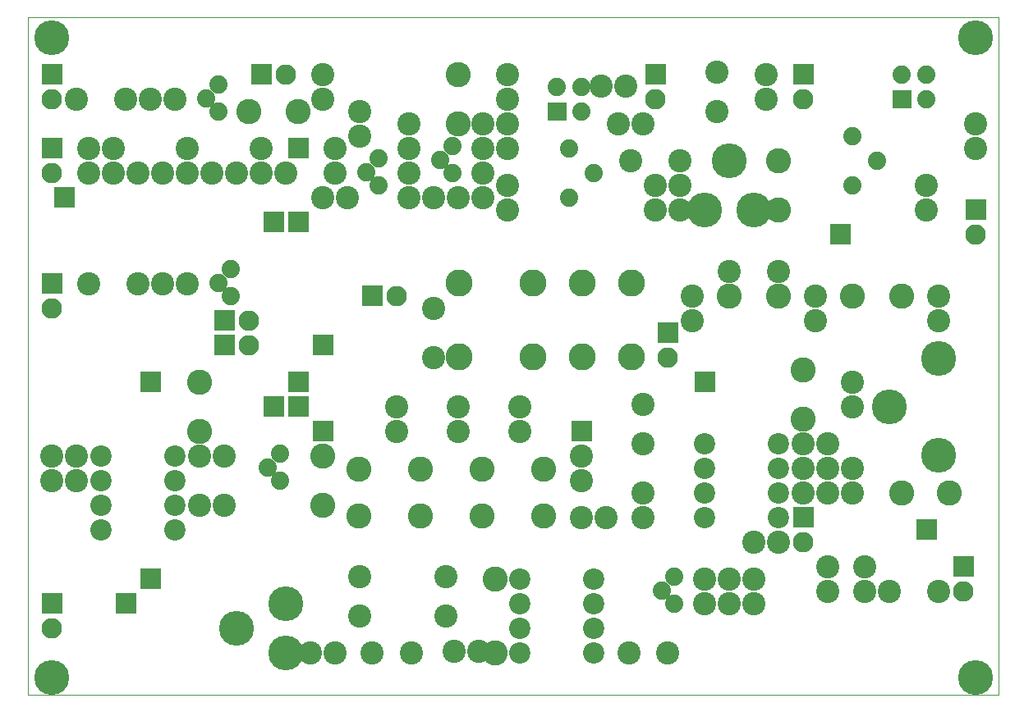
<source format=gbr>
%FSLAX34Y34*%
%MOMM*%
%LNSOLDERMASK_BOTTOM*%
G71*
G01*
%ADD10C, 0.00*%
%ADD11C, 2.12*%
%ADD12C, 2.40*%
%ADD13C, 1.88*%
%ADD14C, 2.60*%
%ADD15C, 1.88*%
%ADD16C, 3.60*%
%ADD17C, 2.20*%
%ADD18C, 2.80*%
%ADD19C, 3.60*%
%ADD20C, 3.60*%
%LPD*%
G54D10*
X-50000Y1050000D02*
X950000Y1050000D01*
X950000Y350000D01*
X-50000Y350000D01*
X-50000Y1050000D01*
G36*
X-14800Y1001200D02*
X-14800Y980000D01*
X-36000Y980000D01*
X-36000Y1001200D01*
X-14800Y1001200D01*
G37*
X-25400Y965200D02*
G54D11*
D03*
X76200Y965200D02*
G54D12*
D03*
X101600Y965200D02*
G54D12*
D03*
X50800Y965200D02*
G54D12*
D03*
X0Y965200D02*
G54D12*
D03*
X145766Y952171D02*
G54D13*
D03*
X133066Y966171D02*
G54D13*
D03*
X145766Y980171D02*
G54D13*
D03*
G36*
X179900Y1001200D02*
X201100Y1001200D01*
X201100Y980000D01*
X179900Y980000D01*
X179900Y1001200D01*
G37*
X215900Y990600D02*
G54D11*
D03*
X177800Y952500D02*
G54D14*
D03*
X228600Y952500D02*
G54D14*
D03*
X254000Y990600D02*
G54D12*
D03*
X254000Y965200D02*
G54D12*
D03*
X310866Y875971D02*
G54D13*
D03*
X298166Y889971D02*
G54D13*
D03*
X310866Y903971D02*
G54D13*
D03*
G36*
X-14800Y925000D02*
X-14800Y903800D01*
X-36000Y903800D01*
X-36000Y925000D01*
X-14800Y925000D01*
G37*
X-25400Y889000D02*
G54D11*
D03*
X12700Y914400D02*
G54D12*
D03*
X12700Y889000D02*
G54D12*
D03*
X38100Y914400D02*
G54D12*
D03*
X38100Y889000D02*
G54D12*
D03*
X63500Y889000D02*
G54D12*
D03*
X88900Y889000D02*
G54D12*
D03*
X114300Y914400D02*
G54D12*
D03*
X114300Y889000D02*
G54D12*
D03*
X139700Y889000D02*
G54D12*
D03*
X165100Y889000D02*
G54D12*
D03*
X190500Y914400D02*
G54D12*
D03*
X190500Y889000D02*
G54D12*
D03*
X266700Y914400D02*
G54D12*
D03*
X266700Y889000D02*
G54D12*
D03*
X292100Y952500D02*
G54D12*
D03*
X292100Y927100D02*
G54D12*
D03*
X342900Y863600D02*
G54D12*
D03*
X342900Y889000D02*
G54D12*
D03*
X387066Y888671D02*
G54D13*
D03*
X374366Y902671D02*
G54D13*
D03*
X387066Y916671D02*
G54D13*
D03*
X342900Y939800D02*
G54D12*
D03*
X342900Y914400D02*
G54D12*
D03*
X254000Y863600D02*
G54D12*
D03*
X279400Y863600D02*
G54D12*
D03*
X393700Y990600D02*
G54D14*
D03*
X393700Y939800D02*
G54D14*
D03*
X368300Y863600D02*
G54D12*
D03*
X393700Y863600D02*
G54D12*
D03*
X419100Y939800D02*
G54D12*
D03*
X419100Y914400D02*
G54D12*
D03*
X419100Y889000D02*
G54D12*
D03*
X419100Y863600D02*
G54D12*
D03*
X444500Y939800D02*
G54D12*
D03*
X444500Y914400D02*
G54D12*
D03*
X508000Y863600D02*
G54D13*
D03*
X533400Y889000D02*
G54D13*
D03*
X508000Y914400D02*
G54D13*
D03*
X444500Y876300D02*
G54D12*
D03*
X444500Y850900D02*
G54D12*
D03*
G36*
X485900Y961900D02*
X504700Y961900D01*
X504700Y943100D01*
X485900Y943100D01*
X485900Y961900D01*
G37*
X495300Y977900D02*
G54D15*
D03*
X520700Y952500D02*
G54D15*
D03*
X520700Y977900D02*
G54D15*
D03*
X444500Y990600D02*
G54D12*
D03*
X444500Y965200D02*
G54D12*
D03*
X584200Y939800D02*
G54D12*
D03*
X558800Y939800D02*
G54D12*
D03*
X622300Y901700D02*
G54D12*
D03*
X571500Y901700D02*
G54D12*
D03*
X596900Y876300D02*
G54D12*
D03*
X596900Y850900D02*
G54D12*
D03*
X622300Y876300D02*
G54D12*
D03*
X622300Y850900D02*
G54D12*
D03*
X647700Y850900D02*
G54D16*
D03*
X698500Y850900D02*
G54D16*
D03*
X673100Y901700D02*
G54D16*
D03*
X660400Y952500D02*
G54D12*
D03*
X660400Y992500D02*
G54D12*
D03*
X566178Y978299D02*
G54D12*
D03*
X540778Y978299D02*
G54D12*
D03*
G36*
X607500Y1001200D02*
X607500Y980000D01*
X586300Y980000D01*
X586300Y1001200D01*
X607500Y1001200D01*
G37*
X596900Y965200D02*
G54D11*
D03*
X711200Y990600D02*
G54D12*
D03*
X711200Y965200D02*
G54D12*
D03*
X800100Y876300D02*
G54D13*
D03*
X825500Y901700D02*
G54D13*
D03*
X800100Y927100D02*
G54D13*
D03*
X723900Y901700D02*
G54D14*
D03*
X723900Y850900D02*
G54D14*
D03*
G36*
X759900Y1001200D02*
X759900Y980000D01*
X738700Y980000D01*
X738700Y1001200D01*
X759900Y1001200D01*
G37*
X749300Y965200D02*
G54D11*
D03*
G36*
X841500Y974600D02*
X860300Y974600D01*
X860300Y955800D01*
X841500Y955800D01*
X841500Y974600D01*
G37*
X850900Y990600D02*
G54D15*
D03*
X876300Y965200D02*
G54D15*
D03*
X876300Y990600D02*
G54D15*
D03*
X927100Y914400D02*
G54D12*
D03*
X927100Y939800D02*
G54D12*
D03*
X876300Y876300D02*
G54D12*
D03*
X876300Y850900D02*
G54D12*
D03*
X25400Y596900D02*
G54D17*
D03*
X25400Y571500D02*
G54D17*
D03*
X25400Y546100D02*
G54D17*
D03*
X25400Y520700D02*
G54D17*
D03*
X101600Y596900D02*
G54D17*
D03*
X101600Y571500D02*
G54D17*
D03*
X101600Y546100D02*
G54D17*
D03*
X101600Y520700D02*
G54D17*
D03*
X647700Y609600D02*
G54D17*
D03*
X647700Y584200D02*
G54D17*
D03*
X647700Y558800D02*
G54D17*
D03*
X647700Y533400D02*
G54D17*
D03*
X723900Y609600D02*
G54D17*
D03*
X723900Y584200D02*
G54D17*
D03*
X723900Y558800D02*
G54D17*
D03*
X723900Y533400D02*
G54D17*
D03*
X291250Y583350D02*
G54D14*
D03*
X291250Y534950D02*
G54D14*
D03*
X394085Y698735D02*
G54D18*
D03*
X394085Y774935D02*
G54D18*
D03*
X470285Y698735D02*
G54D18*
D03*
X521085Y698735D02*
G54D18*
D03*
X571885Y698735D02*
G54D18*
D03*
X470285Y774935D02*
G54D18*
D03*
X521085Y774935D02*
G54D18*
D03*
X571885Y774935D02*
G54D18*
D03*
G36*
X937700Y861500D02*
X937700Y840300D01*
X916500Y840300D01*
X916500Y861500D01*
X937700Y861500D01*
G37*
X927100Y825500D02*
G54D11*
D03*
X889000Y736600D02*
G54D12*
D03*
X889000Y762000D02*
G54D12*
D03*
X850900Y762000D02*
G54D14*
D03*
X800100Y762000D02*
G54D14*
D03*
X762000Y736600D02*
G54D12*
D03*
X762000Y762000D02*
G54D12*
D03*
X723900Y762000D02*
G54D14*
D03*
X673100Y762000D02*
G54D14*
D03*
X635000Y736600D02*
G54D12*
D03*
X635000Y762000D02*
G54D12*
D03*
G36*
X-14800Y785300D02*
X-14800Y764100D01*
X-36000Y764100D01*
X-36000Y785300D01*
X-14800Y785300D01*
G37*
X-25400Y749300D02*
G54D11*
D03*
X63500Y774700D02*
G54D12*
D03*
X12700Y774700D02*
G54D12*
D03*
X88900Y774700D02*
G54D12*
D03*
X114300Y774700D02*
G54D12*
D03*
X158466Y761671D02*
G54D13*
D03*
X145766Y775671D02*
G54D13*
D03*
X158466Y789671D02*
G54D13*
D03*
X368300Y698500D02*
G54D12*
D03*
X368300Y749300D02*
G54D12*
D03*
G36*
X620200Y734500D02*
X620200Y713300D01*
X599000Y713300D01*
X599000Y734500D01*
X620200Y734500D01*
G37*
X609600Y698500D02*
G54D11*
D03*
X354750Y583350D02*
G54D14*
D03*
X354750Y534950D02*
G54D14*
D03*
X418250Y583350D02*
G54D14*
D03*
X418250Y534950D02*
G54D14*
D03*
X481750Y583350D02*
G54D14*
D03*
X481750Y534950D02*
G54D14*
D03*
X330200Y622300D02*
G54D12*
D03*
X330200Y647700D02*
G54D12*
D03*
X393700Y622300D02*
G54D12*
D03*
X393700Y647700D02*
G54D12*
D03*
X457200Y622300D02*
G54D12*
D03*
X457200Y647700D02*
G54D12*
D03*
X209266Y571171D02*
G54D13*
D03*
X196566Y585171D02*
G54D13*
D03*
X209266Y599171D02*
G54D13*
D03*
X520700Y571500D02*
G54D12*
D03*
X520700Y596900D02*
G54D12*
D03*
X546100Y533400D02*
G54D12*
D03*
X520700Y533400D02*
G54D12*
D03*
X0Y596900D02*
G54D12*
D03*
X-25400Y596900D02*
G54D12*
D03*
X0Y571500D02*
G54D12*
D03*
X-25400Y571500D02*
G54D12*
D03*
X152400Y546100D02*
G54D12*
D03*
X127000Y546100D02*
G54D12*
D03*
X152400Y596900D02*
G54D12*
D03*
X127000Y596900D02*
G54D12*
D03*
X584200Y558800D02*
G54D12*
D03*
X584200Y533400D02*
G54D12*
D03*
X584200Y649600D02*
G54D12*
D03*
X584200Y609600D02*
G54D12*
D03*
G36*
X243400Y632900D02*
X264600Y632900D01*
X264600Y611700D01*
X243400Y611700D01*
X243400Y632900D01*
G37*
G36*
X192600Y848800D02*
X213800Y848800D01*
X213800Y827600D01*
X192600Y827600D01*
X192600Y848800D01*
G37*
G36*
X192600Y658300D02*
X213800Y658300D01*
X213800Y637100D01*
X192600Y637100D01*
X192600Y658300D01*
G37*
G36*
X218000Y925000D02*
X239200Y925000D01*
X239200Y903800D01*
X218000Y903800D01*
X218000Y925000D01*
G37*
G36*
X218000Y848800D02*
X239200Y848800D01*
X239200Y827600D01*
X218000Y827600D01*
X218000Y848800D01*
G37*
G36*
X218000Y683700D02*
X239200Y683700D01*
X239200Y662500D01*
X218000Y662500D01*
X218000Y683700D01*
G37*
G36*
X218000Y658300D02*
X239200Y658300D01*
X239200Y637100D01*
X218000Y637100D01*
X218000Y658300D01*
G37*
X215900Y889000D02*
G54D12*
D03*
X266700Y889000D02*
G54D12*
D03*
X749300Y558800D02*
G54D12*
D03*
X749300Y584200D02*
G54D12*
D03*
X774700Y609600D02*
G54D12*
D03*
X749300Y609600D02*
G54D12*
D03*
X800100Y584200D02*
G54D12*
D03*
X774700Y584200D02*
G54D12*
D03*
X800100Y558800D02*
G54D12*
D03*
X774700Y558800D02*
G54D12*
D03*
X850900Y558800D02*
G54D14*
D03*
X899300Y558800D02*
G54D14*
D03*
X838200Y647700D02*
G54D19*
D03*
X888200Y697700D02*
G54D19*
D03*
X888200Y597700D02*
G54D19*
D03*
X800100Y647700D02*
G54D12*
D03*
X800100Y673100D02*
G54D12*
D03*
G36*
X637100Y683700D02*
X658300Y683700D01*
X658300Y662500D01*
X637100Y662500D01*
X637100Y683700D01*
G37*
G36*
X294200Y772600D02*
X315400Y772600D01*
X315400Y751400D01*
X294200Y751400D01*
X294200Y772600D01*
G37*
X330200Y762000D02*
G54D11*
D03*
G36*
X510100Y632900D02*
X531300Y632900D01*
X531300Y611700D01*
X510100Y611700D01*
X510100Y632900D01*
G37*
X698500Y469900D02*
G54D12*
D03*
X673100Y469900D02*
G54D12*
D03*
X698500Y444500D02*
G54D12*
D03*
X673100Y444500D02*
G54D12*
D03*
X647700Y469900D02*
G54D12*
D03*
X647700Y444500D02*
G54D12*
D03*
X615666Y444171D02*
G54D13*
D03*
X602966Y458171D02*
G54D13*
D03*
X615666Y472171D02*
G54D13*
D03*
G36*
X925000Y493200D02*
X925000Y472000D01*
X903800Y472000D01*
X903800Y493200D01*
X925000Y493200D01*
G37*
X914400Y457200D02*
G54D11*
D03*
X838200Y457200D02*
G54D12*
D03*
X889000Y457200D02*
G54D12*
D03*
X812800Y457200D02*
G54D12*
D03*
X812800Y482600D02*
G54D12*
D03*
X774700Y482600D02*
G54D12*
D03*
X774700Y457200D02*
G54D12*
D03*
X533251Y393690D02*
G54D17*
D03*
X533251Y419090D02*
G54D17*
D03*
X533251Y444491D02*
G54D17*
D03*
X533251Y469890D02*
G54D17*
D03*
X457051Y393690D02*
G54D17*
D03*
X457051Y419090D02*
G54D17*
D03*
X457051Y444491D02*
G54D17*
D03*
X457051Y469890D02*
G54D17*
D03*
X388726Y395177D02*
G54D12*
D03*
X414126Y395177D02*
G54D12*
D03*
X381000Y471800D02*
G54D12*
D03*
X381000Y431800D02*
G54D12*
D03*
X431800Y469900D02*
G54D14*
D03*
X431800Y393700D02*
G54D14*
D03*
X292100Y471800D02*
G54D12*
D03*
X292100Y431800D02*
G54D12*
D03*
G36*
X65600Y480500D02*
X86800Y480500D01*
X86800Y459300D01*
X65600Y459300D01*
X65600Y480500D01*
G37*
G36*
X65600Y683700D02*
X86800Y683700D01*
X86800Y662500D01*
X65600Y662500D01*
X65600Y683700D01*
G37*
X304800Y393700D02*
G54D12*
D03*
X344800Y393700D02*
G54D12*
D03*
X215900Y393700D02*
G54D16*
D03*
X215900Y444500D02*
G54D16*
D03*
X165100Y419100D02*
G54D16*
D03*
G36*
X-14800Y455100D02*
X-14800Y433900D01*
X-36000Y433900D01*
X-36000Y455100D01*
X-14800Y455100D01*
G37*
X-25400Y419100D02*
G54D11*
D03*
X266700Y393700D02*
G54D12*
D03*
X241300Y393700D02*
G54D12*
D03*
G36*
X759900Y544000D02*
X759900Y522800D01*
X738700Y522800D01*
X738700Y544000D01*
X759900Y544000D01*
G37*
X749300Y508000D02*
G54D11*
D03*
X723900Y508000D02*
G54D12*
D03*
X698500Y508000D02*
G54D12*
D03*
G36*
X40200Y455100D02*
X61400Y455100D01*
X61400Y433900D01*
X40200Y433900D01*
X40200Y455100D01*
G37*
X-25400Y1028700D02*
G54D12*
D03*
X927100Y1028700D02*
G54D12*
D03*
X927100Y368300D02*
G54D12*
D03*
X-25400Y368300D02*
G54D12*
D03*
X-25400Y1028700D02*
G54D12*
D03*
X-25400Y1028700D02*
G54D12*
D03*
X-25400Y1028700D02*
G54D12*
D03*
X927100Y1028700D02*
G54D12*
D03*
X927100Y368300D02*
G54D12*
D03*
X-25400Y368300D02*
G54D12*
D03*
X-25400Y1028700D02*
G54D12*
D03*
X-25400Y1028700D02*
G54D20*
D03*
X927100Y1028700D02*
G54D20*
D03*
X927100Y368300D02*
G54D20*
D03*
X-25400Y368300D02*
G54D20*
D03*
X673100Y787400D02*
G54D12*
D03*
X723900Y787400D02*
G54D12*
D03*
X569600Y393700D02*
G54D12*
D03*
X609600Y393700D02*
G54D12*
D03*
G36*
X-23300Y874200D02*
X-2100Y874200D01*
X-2100Y853000D01*
X-23300Y853000D01*
X-23300Y874200D01*
G37*
X749300Y635000D02*
G54D14*
D03*
X749300Y685800D02*
G54D14*
D03*
X127000Y622300D02*
G54D14*
D03*
X127000Y673100D02*
G54D14*
D03*
X254000Y546100D02*
G54D14*
D03*
X254000Y596900D02*
G54D14*
D03*
G36*
X243400Y721800D02*
X264600Y721800D01*
X264600Y700600D01*
X243400Y700600D01*
X243400Y721800D01*
G37*
G36*
X776800Y836100D02*
X798000Y836100D01*
X798000Y814900D01*
X776800Y814900D01*
X776800Y836100D01*
G37*
G36*
X141800Y721800D02*
X163000Y721800D01*
X163000Y700600D01*
X141800Y700600D01*
X141800Y721800D01*
G37*
X177800Y711200D02*
G54D11*
D03*
G36*
X141800Y747200D02*
X163000Y747200D01*
X163000Y726000D01*
X141800Y726000D01*
X141800Y747200D01*
G37*
X177800Y736600D02*
G54D11*
D03*
G36*
X776800Y836100D02*
X798000Y836100D01*
X798000Y814900D01*
X776800Y814900D01*
X776800Y836100D01*
G37*
G36*
X916500Y861500D02*
X937700Y861500D01*
X937700Y840300D01*
X916500Y840300D01*
X916500Y861500D01*
G37*
G36*
X865700Y531300D02*
X886900Y531300D01*
X886900Y510100D01*
X865700Y510100D01*
X865700Y531300D01*
G37*
M02*

</source>
